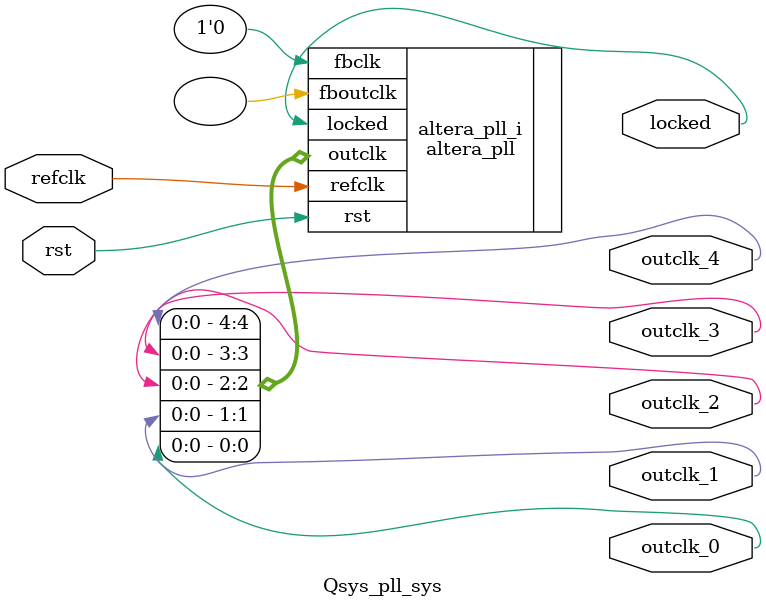
<source format=v>
`timescale 1ns/10ps
module  Qsys_pll_sys(

	// interface 'refclk'
	input wire refclk,

	// interface 'reset'
	input wire rst,

	// interface 'outclk0'
	output wire outclk_0,

	// interface 'outclk1'
	output wire outclk_1,

	// interface 'outclk2'
	output wire outclk_2,

	// interface 'outclk3'
	output wire outclk_3,

	// interface 'outclk4'
	output wire outclk_4,

	// interface 'locked'
	output wire locked
);

	altera_pll #(
		.fractional_vco_multiplier("false"),
		.reference_clock_frequency("50.0 MHz"),
		.operation_mode("normal"),
		.number_of_clocks(5),
		.output_clock_frequency0("100.000000 MHz"),
		.phase_shift0("0 ps"),
		.duty_cycle0(50),
		.output_clock_frequency1("100.000000 MHz"),
		.phase_shift1("-3000 ps"),
		.duty_cycle1(50),
		.output_clock_frequency2("100.000000 MHz"),
		.phase_shift2("0 ps"),
		.duty_cycle2(50),
		.output_clock_frequency3("25.000000 MHz"),
		.phase_shift3("0 ps"),
		.duty_cycle3(50),
		.output_clock_frequency4("20.000000 MHz"),
		.phase_shift4("0 ps"),
		.duty_cycle4(50),
		.output_clock_frequency5("0 MHz"),
		.phase_shift5("0 ps"),
		.duty_cycle5(50),
		.output_clock_frequency6("0 MHz"),
		.phase_shift6("0 ps"),
		.duty_cycle6(50),
		.output_clock_frequency7("0 MHz"),
		.phase_shift7("0 ps"),
		.duty_cycle7(50),
		.output_clock_frequency8("0 MHz"),
		.phase_shift8("0 ps"),
		.duty_cycle8(50),
		.output_clock_frequency9("0 MHz"),
		.phase_shift9("0 ps"),
		.duty_cycle9(50),
		.output_clock_frequency10("0 MHz"),
		.phase_shift10("0 ps"),
		.duty_cycle10(50),
		.output_clock_frequency11("0 MHz"),
		.phase_shift11("0 ps"),
		.duty_cycle11(50),
		.output_clock_frequency12("0 MHz"),
		.phase_shift12("0 ps"),
		.duty_cycle12(50),
		.output_clock_frequency13("0 MHz"),
		.phase_shift13("0 ps"),
		.duty_cycle13(50),
		.output_clock_frequency14("0 MHz"),
		.phase_shift14("0 ps"),
		.duty_cycle14(50),
		.output_clock_frequency15("0 MHz"),
		.phase_shift15("0 ps"),
		.duty_cycle15(50),
		.output_clock_frequency16("0 MHz"),
		.phase_shift16("0 ps"),
		.duty_cycle16(50),
		.output_clock_frequency17("0 MHz"),
		.phase_shift17("0 ps"),
		.duty_cycle17(50),
		.pll_type("General"),
		.pll_subtype("General")
	) altera_pll_i (
		.rst	(rst),
		.outclk	({outclk_4, outclk_3, outclk_2, outclk_1, outclk_0}),
		.locked	(locked),
		.fboutclk	( ),
		.fbclk	(1'b0),
		.refclk	(refclk)
	);
endmodule


</source>
